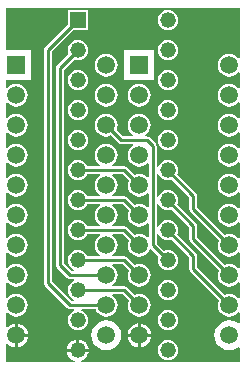
<source format=gbl>
G04*
G04 #@! TF.GenerationSoftware,Altium Limited,Altium Designer,20.2.6 (244)*
G04*
G04 Layer_Physical_Order=2*
G04 Layer_Color=16711680*
%FSAX24Y24*%
%MOIN*%
G70*
G04*
G04 #@! TF.SameCoordinates,57D1006C-5FB8-4E46-A0DD-9EF21319E2AC*
G04*
G04*
G04 #@! TF.FilePolarity,Positive*
G04*
G01*
G75*
%ADD21C,0.0100*%
%ADD23C,0.0520*%
%ADD24C,0.0591*%
%ADD25R,0.0591X0.0591*%
%ADD26R,0.0520X0.0520*%
%ADD27C,0.0300*%
G36*
X231087Y136110D02*
X231037Y136093D01*
X231007Y136133D01*
X230928Y136193D01*
X230837Y136231D01*
X230739Y136243D01*
X230641Y136231D01*
X230550Y136193D01*
X230471Y136133D01*
X230411Y136054D01*
X230373Y135963D01*
X230361Y135865D01*
X230373Y135767D01*
X230411Y135676D01*
X230471Y135597D01*
X230550Y135537D01*
X230641Y135499D01*
X230739Y135486D01*
X230837Y135499D01*
X230928Y135537D01*
X231007Y135597D01*
X231037Y135637D01*
X231087Y135620D01*
Y135110D01*
X231037Y135093D01*
X231007Y135133D01*
X230928Y135193D01*
X230837Y135231D01*
X230739Y135243D01*
X230641Y135231D01*
X230550Y135193D01*
X230471Y135133D01*
X230411Y135054D01*
X230373Y134963D01*
X230361Y134865D01*
X230373Y134767D01*
X230411Y134676D01*
X230471Y134597D01*
X230550Y134537D01*
X230641Y134499D01*
X230739Y134486D01*
X230837Y134499D01*
X230928Y134537D01*
X231007Y134597D01*
X231037Y134637D01*
X231087Y134620D01*
Y134110D01*
X231037Y134093D01*
X231007Y134133D01*
X230928Y134193D01*
X230837Y134231D01*
X230739Y134243D01*
X230641Y134231D01*
X230550Y134193D01*
X230471Y134133D01*
X230411Y134054D01*
X230373Y133963D01*
X230361Y133865D01*
X230373Y133767D01*
X230411Y133676D01*
X230471Y133597D01*
X230550Y133537D01*
X230641Y133499D01*
X230739Y133486D01*
X230837Y133499D01*
X230928Y133537D01*
X231007Y133597D01*
X231037Y133637D01*
X231087Y133620D01*
Y133110D01*
X231037Y133093D01*
X231007Y133133D01*
X230928Y133193D01*
X230837Y133231D01*
X230739Y133243D01*
X230641Y133231D01*
X230550Y133193D01*
X230471Y133133D01*
X230411Y133054D01*
X230373Y132963D01*
X230361Y132865D01*
X230373Y132767D01*
X230411Y132676D01*
X230471Y132597D01*
X230550Y132537D01*
X230641Y132499D01*
X230739Y132486D01*
X230837Y132499D01*
X230928Y132537D01*
X231007Y132597D01*
X231037Y132637D01*
X231087Y132620D01*
Y132110D01*
X231037Y132093D01*
X231007Y132133D01*
X230928Y132193D01*
X230837Y132231D01*
X230739Y132243D01*
X230641Y132231D01*
X230550Y132193D01*
X230471Y132133D01*
X230411Y132054D01*
X230373Y131963D01*
X230361Y131865D01*
X230373Y131767D01*
X230411Y131676D01*
X230471Y131597D01*
X230550Y131537D01*
X230641Y131499D01*
X230739Y131486D01*
X230837Y131499D01*
X230928Y131537D01*
X231007Y131597D01*
X231037Y131637D01*
X231087Y131620D01*
Y131110D01*
X231037Y131093D01*
X231007Y131133D01*
X230928Y131193D01*
X230837Y131231D01*
X230739Y131243D01*
X230641Y131231D01*
X230550Y131193D01*
X230471Y131133D01*
X230411Y131054D01*
X230373Y130963D01*
X230361Y130865D01*
X230373Y130767D01*
X230411Y130676D01*
X230471Y130597D01*
X230550Y130537D01*
X230641Y130499D01*
X230739Y130486D01*
X230837Y130499D01*
X230928Y130537D01*
X231007Y130597D01*
X231037Y130637D01*
X231087Y130620D01*
Y130110D01*
X231037Y130093D01*
X231007Y130133D01*
X230928Y130193D01*
X230837Y130231D01*
X230739Y130243D01*
X230641Y130231D01*
X230584Y130207D01*
X229676Y131115D01*
Y131510D01*
X229676Y131510D01*
X229666Y131561D01*
X229638Y131604D01*
X229004Y132237D01*
X229020Y132276D01*
X229032Y132365D01*
X229020Y132454D01*
X228986Y132536D01*
X228932Y132607D01*
X228861Y132662D01*
X228778Y132696D01*
X228689Y132708D01*
X228600Y132696D01*
X228518Y132662D01*
X228447Y132607D01*
X228392Y132536D01*
X228372Y132487D01*
X228322Y132497D01*
Y133165D01*
X228312Y133216D01*
X228283Y133259D01*
X228083Y133459D01*
X228040Y133487D01*
X227989Y133498D01*
X227959D01*
X227942Y133548D01*
X228007Y133597D01*
X228067Y133676D01*
X228105Y133767D01*
X228118Y133865D01*
X228105Y133963D01*
X228067Y134054D01*
X228007Y134133D01*
X227928Y134193D01*
X227837Y134231D01*
X227739Y134243D01*
X227641Y134231D01*
X227550Y134193D01*
X227471Y134133D01*
X227411Y134054D01*
X227373Y133963D01*
X227361Y133865D01*
X227373Y133767D01*
X227411Y133676D01*
X227471Y133597D01*
X227536Y133548D01*
X227519Y133498D01*
X227194D01*
X226981Y133710D01*
X227005Y133767D01*
X227018Y133865D01*
X227005Y133963D01*
X226967Y134054D01*
X226907Y134133D01*
X226828Y134193D01*
X226737Y134231D01*
X226639Y134243D01*
X226541Y134231D01*
X226450Y134193D01*
X226371Y134133D01*
X226311Y134054D01*
X226273Y133963D01*
X226261Y133865D01*
X226273Y133767D01*
X226311Y133676D01*
X226371Y133597D01*
X226450Y133537D01*
X226541Y133499D01*
X226639Y133486D01*
X226737Y133499D01*
X226794Y133523D01*
X227045Y133271D01*
X227088Y133243D01*
X227139Y133232D01*
X227519D01*
X227536Y133182D01*
X227471Y133133D01*
X227411Y133054D01*
X227373Y132963D01*
X227361Y132865D01*
X227373Y132767D01*
X227411Y132676D01*
X227471Y132597D01*
X227550Y132537D01*
X227641Y132499D01*
X227739Y132486D01*
X227837Y132499D01*
X227928Y132537D01*
X228007Y132597D01*
X228009Y132601D01*
X228057Y132584D01*
Y132145D01*
X228009Y132129D01*
X228007Y132133D01*
X227928Y132193D01*
X227837Y132231D01*
X227739Y132243D01*
X227641Y132231D01*
X227584Y132207D01*
X227333Y132459D01*
X227290Y132487D01*
X227239Y132498D01*
X226859D01*
X226842Y132548D01*
X226907Y132597D01*
X226967Y132676D01*
X227005Y132767D01*
X227018Y132865D01*
X227005Y132963D01*
X226967Y133054D01*
X226907Y133133D01*
X226828Y133193D01*
X226737Y133231D01*
X226639Y133243D01*
X226541Y133231D01*
X226450Y133193D01*
X226371Y133133D01*
X226311Y133054D01*
X226273Y132963D01*
X226261Y132865D01*
X226273Y132767D01*
X226311Y132676D01*
X226371Y132597D01*
X226436Y132548D01*
X226419Y132498D01*
X226002D01*
X225986Y132536D01*
X225932Y132607D01*
X225861Y132662D01*
X225778Y132696D01*
X225689Y132708D01*
X225600Y132696D01*
X225518Y132662D01*
X225447Y132607D01*
X225392Y132536D01*
X225358Y132454D01*
X225346Y132365D01*
X225358Y132276D01*
X225392Y132193D01*
X225447Y132122D01*
X225518Y132068D01*
X225600Y132034D01*
X225689Y132022D01*
X225778Y132034D01*
X225861Y132068D01*
X225932Y132122D01*
X225986Y132193D01*
X226002Y132232D01*
X226419D01*
X226436Y132182D01*
X226371Y132133D01*
X226311Y132054D01*
X226273Y131963D01*
X226261Y131865D01*
X226273Y131767D01*
X226311Y131676D01*
X226371Y131597D01*
X226436Y131548D01*
X226419Y131498D01*
X226002D01*
X225986Y131536D01*
X225932Y131607D01*
X225861Y131662D01*
X225778Y131696D01*
X225689Y131708D01*
X225600Y131696D01*
X225518Y131662D01*
X225447Y131607D01*
X225392Y131536D01*
X225358Y131454D01*
X225346Y131365D01*
X225358Y131276D01*
X225392Y131194D01*
X225447Y131122D01*
X225518Y131068D01*
X225600Y131034D01*
X225689Y131022D01*
X225778Y131034D01*
X225861Y131068D01*
X225932Y131122D01*
X225986Y131194D01*
X226002Y131232D01*
X226419D01*
X226436Y131182D01*
X226371Y131133D01*
X226311Y131054D01*
X226273Y130963D01*
X226261Y130865D01*
X226273Y130767D01*
X226311Y130676D01*
X226371Y130597D01*
X226436Y130548D01*
X226419Y130498D01*
X226002D01*
X225986Y130536D01*
X225932Y130607D01*
X225861Y130662D01*
X225778Y130696D01*
X225689Y130708D01*
X225600Y130696D01*
X225518Y130662D01*
X225447Y130607D01*
X225392Y130536D01*
X225358Y130454D01*
X225346Y130365D01*
X225358Y130276D01*
X225392Y130194D01*
X225447Y130122D01*
X225518Y130068D01*
X225600Y130034D01*
X225689Y130022D01*
X225778Y130034D01*
X225861Y130068D01*
X225932Y130122D01*
X225986Y130194D01*
X226002Y130232D01*
X226419D01*
X226436Y130182D01*
X226371Y130133D01*
X226311Y130054D01*
X226273Y129963D01*
X226261Y129865D01*
X226273Y129767D01*
X226311Y129676D01*
X226371Y129597D01*
X226436Y129548D01*
X226419Y129498D01*
X226002D01*
X225986Y129536D01*
X225932Y129607D01*
X225861Y129662D01*
X225778Y129696D01*
X225689Y129708D01*
X225600Y129696D01*
X225518Y129662D01*
X225447Y129607D01*
X225392Y129536D01*
X225358Y129454D01*
X225346Y129365D01*
X225358Y129276D01*
X225392Y129193D01*
X225447Y129122D01*
X225518Y129068D01*
X225567Y129048D01*
X225557Y128998D01*
X225494D01*
X225222Y129270D01*
Y135710D01*
X225561Y136050D01*
X225600Y136034D01*
X225689Y136022D01*
X225778Y136034D01*
X225861Y136068D01*
X225932Y136122D01*
X225986Y136194D01*
X226020Y136276D01*
X226032Y136365D01*
X226020Y136454D01*
X225986Y136536D01*
X225932Y136607D01*
X225861Y136662D01*
X225778Y136696D01*
X225689Y136708D01*
X225600Y136696D01*
X225518Y136662D01*
X225447Y136607D01*
X225392Y136536D01*
X225358Y136454D01*
X225346Y136365D01*
X225358Y136276D01*
X225374Y136237D01*
X224995Y135859D01*
X224967Y135816D01*
X224957Y135765D01*
Y129215D01*
X224967Y129164D01*
X224995Y129121D01*
X225345Y128771D01*
X225388Y128743D01*
X225439Y128732D01*
X225557D01*
X225567Y128682D01*
X225518Y128662D01*
X225447Y128607D01*
X225392Y128536D01*
X225358Y128454D01*
X225346Y128365D01*
X225358Y128276D01*
X225392Y128194D01*
X225447Y128122D01*
X225518Y128068D01*
X225567Y128048D01*
X225557Y127998D01*
X225494D01*
X224822Y128670D01*
Y136310D01*
X225536Y137025D01*
X226029D01*
Y137705D01*
X225349D01*
Y137212D01*
X224595Y136459D01*
X224567Y136416D01*
X224557Y136365D01*
Y128615D01*
X224567Y128564D01*
X224595Y128521D01*
X225345Y127771D01*
X225388Y127743D01*
X225439Y127732D01*
X225557D01*
X225567Y127682D01*
X225518Y127662D01*
X225447Y127607D01*
X225392Y127536D01*
X225358Y127454D01*
X225346Y127365D01*
X225358Y127276D01*
X225392Y127193D01*
X225447Y127122D01*
X225518Y127068D01*
X225600Y127034D01*
X225689Y127022D01*
X225778Y127034D01*
X225861Y127068D01*
X225932Y127122D01*
X225986Y127193D01*
X226020Y127276D01*
X226032Y127365D01*
X226020Y127454D01*
X225986Y127536D01*
X225932Y127607D01*
X225861Y127662D01*
X225811Y127682D01*
X225821Y127732D01*
X226288D01*
X226311Y127676D01*
X226371Y127597D01*
X226450Y127537D01*
X226541Y127499D01*
X226639Y127486D01*
X226737Y127499D01*
X226828Y127537D01*
X226907Y127597D01*
X226967Y127676D01*
X227005Y127767D01*
X227018Y127865D01*
X227005Y127963D01*
X226967Y128054D01*
X226907Y128133D01*
X226842Y128182D01*
X226859Y128232D01*
X227184D01*
X227397Y128020D01*
X227373Y127963D01*
X227361Y127865D01*
X227373Y127767D01*
X227411Y127676D01*
X227471Y127597D01*
X227550Y127537D01*
X227641Y127499D01*
X227739Y127486D01*
X227837Y127499D01*
X227928Y127537D01*
X228007Y127597D01*
X228067Y127676D01*
X228105Y127767D01*
X228118Y127865D01*
X228105Y127963D01*
X228067Y128054D01*
X228007Y128133D01*
X227928Y128193D01*
X227837Y128231D01*
X227739Y128243D01*
X227641Y128231D01*
X227584Y128207D01*
X227333Y128459D01*
X227290Y128487D01*
X227239Y128498D01*
X226859D01*
X226842Y128548D01*
X226907Y128597D01*
X226967Y128676D01*
X227005Y128767D01*
X227018Y128865D01*
X227005Y128963D01*
X226967Y129054D01*
X226907Y129133D01*
X226842Y129182D01*
X226859Y129232D01*
X227184D01*
X227397Y129020D01*
X227373Y128963D01*
X227361Y128865D01*
X227373Y128767D01*
X227411Y128676D01*
X227471Y128597D01*
X227550Y128537D01*
X227641Y128499D01*
X227739Y128486D01*
X227837Y128499D01*
X227928Y128537D01*
X228007Y128597D01*
X228067Y128676D01*
X228105Y128767D01*
X228118Y128865D01*
X228105Y128963D01*
X228067Y129054D01*
X228007Y129133D01*
X227928Y129193D01*
X227837Y129231D01*
X227739Y129243D01*
X227641Y129231D01*
X227584Y129207D01*
X227333Y129459D01*
X227290Y129487D01*
X227239Y129498D01*
X226859D01*
X226842Y129548D01*
X226907Y129597D01*
X226967Y129676D01*
X227005Y129767D01*
X227018Y129865D01*
X227005Y129963D01*
X226967Y130054D01*
X226907Y130133D01*
X226842Y130182D01*
X226859Y130232D01*
X227184D01*
X227397Y130020D01*
X227373Y129963D01*
X227361Y129865D01*
X227373Y129767D01*
X227411Y129676D01*
X227471Y129597D01*
X227550Y129537D01*
X227641Y129499D01*
X227739Y129486D01*
X227837Y129499D01*
X227928Y129537D01*
X228007Y129597D01*
X228067Y129676D01*
X228086Y129722D01*
X228135Y129732D01*
X228374Y129493D01*
X228358Y129454D01*
X228346Y129365D01*
X228358Y129276D01*
X228392Y129193D01*
X228447Y129122D01*
X228518Y129068D01*
X228600Y129034D01*
X228689Y129022D01*
X228778Y129034D01*
X228861Y129068D01*
X228932Y129122D01*
X228986Y129193D01*
X229020Y129276D01*
X229032Y129365D01*
X229020Y129454D01*
X228986Y129536D01*
X228932Y129607D01*
X228861Y129662D01*
X228778Y129696D01*
X228689Y129708D01*
X228600Y129696D01*
X228561Y129680D01*
X228322Y129920D01*
Y130233D01*
X228372Y130243D01*
X228392Y130194D01*
X228447Y130122D01*
X228518Y130068D01*
X228600Y130034D01*
X228689Y130022D01*
X228778Y130034D01*
X228817Y130050D01*
X229411Y129455D01*
Y129060D01*
X229421Y129010D01*
X229450Y128967D01*
X230397Y128020D01*
X230373Y127963D01*
X230361Y127865D01*
X230373Y127767D01*
X230411Y127676D01*
X230471Y127597D01*
X230550Y127537D01*
X230641Y127499D01*
X230739Y127486D01*
X230837Y127499D01*
X230928Y127537D01*
X231007Y127597D01*
X231037Y127637D01*
X231087Y127620D01*
Y127279D01*
X231042Y127257D01*
X230989Y127298D01*
X230868Y127347D01*
X230739Y127365D01*
X230610Y127347D01*
X230489Y127298D01*
X230386Y127218D01*
X230306Y127115D01*
X230257Y126994D01*
X230240Y126865D01*
X230257Y126736D01*
X230306Y126615D01*
X230386Y126512D01*
X230489Y126432D01*
X230610Y126382D01*
X230739Y126365D01*
X230868Y126382D01*
X230989Y126432D01*
X231042Y126473D01*
X231087Y126451D01*
Y125967D01*
X225793Y125967D01*
X225783Y126014D01*
X225871Y126051D01*
X225946Y126108D01*
X226004Y126183D01*
X226040Y126271D01*
X226046Y126315D01*
X225333D01*
X225338Y126271D01*
X225375Y126183D01*
X225432Y126108D01*
X225508Y126051D01*
X225595Y126014D01*
X225585Y125967D01*
X223291Y125967D01*
Y126587D01*
X223341Y126604D01*
X223357Y126583D01*
X223440Y126520D01*
X223536Y126480D01*
X223589Y126473D01*
Y126865D01*
Y127257D01*
X223536Y127250D01*
X223440Y127210D01*
X223357Y127147D01*
X223341Y127126D01*
X223291Y127143D01*
Y127620D01*
X223341Y127637D01*
X223371Y127597D01*
X223450Y127537D01*
X223541Y127499D01*
X223639Y127486D01*
X223737Y127499D01*
X223828Y127537D01*
X223907Y127597D01*
X223967Y127676D01*
X224005Y127767D01*
X224018Y127865D01*
X224005Y127963D01*
X223967Y128054D01*
X223907Y128133D01*
X223828Y128193D01*
X223737Y128231D01*
X223639Y128243D01*
X223541Y128231D01*
X223450Y128193D01*
X223371Y128133D01*
X223341Y128093D01*
X223291Y128110D01*
X223291Y128620D01*
X223341Y128637D01*
X223371Y128597D01*
X223450Y128537D01*
X223541Y128499D01*
X223639Y128486D01*
X223737Y128499D01*
X223828Y128537D01*
X223907Y128597D01*
X223967Y128676D01*
X224005Y128767D01*
X224018Y128865D01*
X224005Y128963D01*
X223967Y129054D01*
X223907Y129133D01*
X223828Y129193D01*
X223737Y129231D01*
X223639Y129243D01*
X223541Y129231D01*
X223450Y129193D01*
X223371Y129133D01*
X223341Y129093D01*
X223291Y129110D01*
X223291Y129620D01*
X223341Y129637D01*
X223371Y129597D01*
X223450Y129537D01*
X223541Y129499D01*
X223639Y129486D01*
X223737Y129499D01*
X223828Y129537D01*
X223907Y129597D01*
X223967Y129676D01*
X224005Y129767D01*
X224018Y129865D01*
X224005Y129963D01*
X223967Y130054D01*
X223907Y130133D01*
X223828Y130193D01*
X223737Y130231D01*
X223639Y130243D01*
X223541Y130231D01*
X223450Y130193D01*
X223371Y130133D01*
X223341Y130093D01*
X223291Y130110D01*
Y130620D01*
X223341Y130637D01*
X223371Y130597D01*
X223450Y130537D01*
X223541Y130499D01*
X223639Y130486D01*
X223737Y130499D01*
X223828Y130537D01*
X223907Y130597D01*
X223967Y130676D01*
X224005Y130767D01*
X224018Y130865D01*
X224005Y130963D01*
X223967Y131054D01*
X223907Y131133D01*
X223828Y131193D01*
X223737Y131231D01*
X223639Y131243D01*
X223541Y131231D01*
X223450Y131193D01*
X223371Y131133D01*
X223341Y131093D01*
X223291Y131110D01*
X223291Y131620D01*
X223341Y131637D01*
X223371Y131597D01*
X223450Y131537D01*
X223541Y131499D01*
X223639Y131486D01*
X223737Y131499D01*
X223828Y131537D01*
X223907Y131597D01*
X223967Y131676D01*
X224005Y131767D01*
X224018Y131865D01*
X224005Y131963D01*
X223967Y132054D01*
X223907Y132133D01*
X223828Y132193D01*
X223737Y132231D01*
X223639Y132243D01*
X223541Y132231D01*
X223450Y132193D01*
X223371Y132133D01*
X223341Y132093D01*
X223291Y132110D01*
X223291Y132620D01*
X223341Y132637D01*
X223371Y132597D01*
X223450Y132537D01*
X223541Y132499D01*
X223639Y132486D01*
X223737Y132499D01*
X223828Y132537D01*
X223907Y132597D01*
X223967Y132676D01*
X224005Y132767D01*
X224018Y132865D01*
X224005Y132963D01*
X223967Y133054D01*
X223907Y133133D01*
X223828Y133193D01*
X223737Y133231D01*
X223639Y133243D01*
X223541Y133231D01*
X223450Y133193D01*
X223371Y133133D01*
X223341Y133093D01*
X223291Y133110D01*
Y133620D01*
X223341Y133637D01*
X223371Y133597D01*
X223450Y133537D01*
X223541Y133499D01*
X223639Y133486D01*
X223737Y133499D01*
X223828Y133537D01*
X223907Y133597D01*
X223967Y133676D01*
X224005Y133767D01*
X224018Y133865D01*
X224005Y133963D01*
X223967Y134054D01*
X223907Y134133D01*
X223828Y134193D01*
X223737Y134231D01*
X223639Y134243D01*
X223541Y134231D01*
X223450Y134193D01*
X223371Y134133D01*
X223341Y134093D01*
X223291Y134110D01*
X223291Y134620D01*
X223341Y134637D01*
X223371Y134597D01*
X223450Y134537D01*
X223541Y134499D01*
X223639Y134486D01*
X223737Y134499D01*
X223828Y134537D01*
X223907Y134597D01*
X223967Y134676D01*
X224005Y134767D01*
X224018Y134865D01*
X224005Y134963D01*
X223967Y135054D01*
X223907Y135133D01*
X223828Y135193D01*
X223737Y135231D01*
X223639Y135243D01*
X223541Y135231D01*
X223450Y135193D01*
X223371Y135133D01*
X223341Y135093D01*
X223291Y135110D01*
Y135370D01*
X224134D01*
Y136360D01*
X223291D01*
X223291Y137763D01*
X231087Y137763D01*
Y136110D01*
D02*
G37*
G36*
X227397Y132020D02*
X227373Y131963D01*
X227361Y131865D01*
X227373Y131767D01*
X227411Y131676D01*
X227471Y131597D01*
X227550Y131537D01*
X227641Y131499D01*
X227739Y131486D01*
X227837Y131499D01*
X227928Y131537D01*
X228007Y131597D01*
X228009Y131601D01*
X228057Y131584D01*
Y131145D01*
X228009Y131129D01*
X228007Y131133D01*
X227928Y131193D01*
X227837Y131231D01*
X227739Y131243D01*
X227641Y131231D01*
X227584Y131207D01*
X227333Y131459D01*
X227290Y131487D01*
X227239Y131498D01*
X226859D01*
X226842Y131548D01*
X226907Y131597D01*
X226967Y131676D01*
X227005Y131767D01*
X227018Y131865D01*
X227005Y131963D01*
X226967Y132054D01*
X226907Y132133D01*
X226842Y132182D01*
X226859Y132232D01*
X227184D01*
X227397Y132020D01*
D02*
G37*
G36*
Y131020D02*
X227373Y130963D01*
X227361Y130865D01*
X227373Y130767D01*
X227411Y130676D01*
X227471Y130597D01*
X227550Y130537D01*
X227641Y130499D01*
X227739Y130486D01*
X227837Y130499D01*
X227928Y130537D01*
X228007Y130597D01*
X228009Y130601D01*
X228057Y130584D01*
Y130145D01*
X228009Y130129D01*
X228007Y130133D01*
X227928Y130193D01*
X227837Y130231D01*
X227739Y130243D01*
X227641Y130231D01*
X227584Y130207D01*
X227333Y130459D01*
X227290Y130487D01*
X227239Y130498D01*
X226859D01*
X226842Y130548D01*
X226907Y130597D01*
X226967Y130676D01*
X227005Y130767D01*
X227018Y130865D01*
X227005Y130963D01*
X226967Y131054D01*
X226907Y131133D01*
X226842Y131182D01*
X226859Y131232D01*
X227184D01*
X227397Y131020D01*
D02*
G37*
G36*
X228392Y132193D02*
X228447Y132122D01*
X228518Y132068D01*
X228600Y132034D01*
X228689Y132022D01*
X228778Y132034D01*
X228817Y132050D01*
X229411Y131455D01*
Y131060D01*
X229421Y131010D01*
X229450Y130967D01*
X230397Y130020D01*
X230373Y129963D01*
X230361Y129865D01*
X230373Y129767D01*
X230411Y129676D01*
X230471Y129597D01*
X230550Y129537D01*
X230641Y129499D01*
X230739Y129486D01*
X230837Y129499D01*
X230928Y129537D01*
X231007Y129597D01*
X231037Y129637D01*
X231087Y129620D01*
Y129110D01*
X231037Y129093D01*
X231007Y129133D01*
X230928Y129193D01*
X230837Y129231D01*
X230739Y129243D01*
X230641Y129231D01*
X230584Y129207D01*
X229676Y130115D01*
Y130510D01*
X229676Y130510D01*
X229666Y130561D01*
X229638Y130604D01*
X229004Y131237D01*
X229020Y131276D01*
X229032Y131365D01*
X229020Y131454D01*
X228986Y131536D01*
X228932Y131607D01*
X228861Y131662D01*
X228778Y131696D01*
X228689Y131708D01*
X228600Y131696D01*
X228518Y131662D01*
X228447Y131607D01*
X228392Y131536D01*
X228372Y131487D01*
X228322Y131497D01*
Y132233D01*
X228372Y132243D01*
X228392Y132193D01*
D02*
G37*
G36*
Y131194D02*
X228447Y131122D01*
X228518Y131068D01*
X228600Y131034D01*
X228689Y131022D01*
X228778Y131034D01*
X228817Y131050D01*
X229411Y130455D01*
Y130060D01*
X229421Y130010D01*
X229450Y129967D01*
X230397Y129020D01*
X230373Y128963D01*
X230361Y128865D01*
X230373Y128767D01*
X230411Y128676D01*
X230471Y128597D01*
X230550Y128537D01*
X230641Y128499D01*
X230739Y128486D01*
X230837Y128499D01*
X230928Y128537D01*
X231007Y128597D01*
X231037Y128637D01*
X231087Y128620D01*
Y128110D01*
X231037Y128093D01*
X231007Y128133D01*
X230928Y128193D01*
X230837Y128231D01*
X230739Y128243D01*
X230641Y128231D01*
X230584Y128207D01*
X229676Y129115D01*
Y129510D01*
X229676Y129510D01*
X229666Y129561D01*
X229638Y129604D01*
X229004Y130237D01*
X229020Y130276D01*
X229032Y130365D01*
X229020Y130454D01*
X228986Y130536D01*
X228932Y130607D01*
X228861Y130662D01*
X228778Y130696D01*
X228689Y130708D01*
X228600Y130696D01*
X228518Y130662D01*
X228447Y130607D01*
X228392Y130536D01*
X228372Y130487D01*
X228322Y130497D01*
Y131233D01*
X228372Y131243D01*
X228392Y131194D01*
D02*
G37*
%LPC*%
G36*
X228689Y137708D02*
X228600Y137696D01*
X228518Y137662D01*
X228447Y137607D01*
X228392Y137536D01*
X228358Y137454D01*
X228346Y137365D01*
X228358Y137276D01*
X228392Y137193D01*
X228447Y137122D01*
X228518Y137068D01*
X228600Y137034D01*
X228689Y137022D01*
X228778Y137034D01*
X228861Y137068D01*
X228932Y137122D01*
X228986Y137193D01*
X229020Y137276D01*
X229032Y137365D01*
X229020Y137454D01*
X228986Y137536D01*
X228932Y137607D01*
X228861Y137662D01*
X228778Y137696D01*
X228689Y137708D01*
D02*
G37*
G36*
Y136708D02*
X228600Y136696D01*
X228518Y136662D01*
X228447Y136607D01*
X228392Y136536D01*
X228358Y136454D01*
X228346Y136365D01*
X228358Y136276D01*
X228392Y136194D01*
X228447Y136122D01*
X228518Y136068D01*
X228600Y136034D01*
X228689Y136022D01*
X228778Y136034D01*
X228861Y136068D01*
X228932Y136122D01*
X228986Y136194D01*
X229020Y136276D01*
X229032Y136365D01*
X229020Y136454D01*
X228986Y136536D01*
X228932Y136607D01*
X228861Y136662D01*
X228778Y136696D01*
X228689Y136708D01*
D02*
G37*
G36*
X226639Y136243D02*
X226541Y136231D01*
X226450Y136193D01*
X226371Y136133D01*
X226311Y136054D01*
X226273Y135963D01*
X226261Y135865D01*
X226273Y135767D01*
X226311Y135676D01*
X226371Y135597D01*
X226450Y135537D01*
X226541Y135499D01*
X226639Y135486D01*
X226737Y135499D01*
X226828Y135537D01*
X226907Y135597D01*
X226967Y135676D01*
X227005Y135767D01*
X227018Y135865D01*
X227005Y135963D01*
X226967Y136054D01*
X226907Y136133D01*
X226828Y136193D01*
X226737Y136231D01*
X226639Y136243D01*
D02*
G37*
G36*
X228234Y136360D02*
X227244D01*
Y135370D01*
X228234D01*
Y136360D01*
D02*
G37*
G36*
X228689Y135708D02*
X228600Y135696D01*
X228518Y135662D01*
X228447Y135607D01*
X228392Y135536D01*
X228358Y135454D01*
X228346Y135365D01*
X228358Y135276D01*
X228392Y135194D01*
X228447Y135122D01*
X228518Y135068D01*
X228600Y135034D01*
X228689Y135022D01*
X228778Y135034D01*
X228861Y135068D01*
X228932Y135122D01*
X228986Y135194D01*
X229020Y135276D01*
X229032Y135365D01*
X229020Y135454D01*
X228986Y135536D01*
X228932Y135607D01*
X228861Y135662D01*
X228778Y135696D01*
X228689Y135708D01*
D02*
G37*
G36*
X225689Y135708D02*
X225600Y135696D01*
X225518Y135662D01*
X225447Y135607D01*
X225392Y135536D01*
X225358Y135454D01*
X225346Y135365D01*
X225358Y135276D01*
X225392Y135194D01*
X225447Y135122D01*
X225518Y135068D01*
X225600Y135034D01*
X225689Y135022D01*
X225778Y135034D01*
X225861Y135068D01*
X225932Y135122D01*
X225986Y135194D01*
X226020Y135276D01*
X226032Y135365D01*
X226020Y135454D01*
X225986Y135536D01*
X225932Y135607D01*
X225861Y135662D01*
X225778Y135696D01*
X225689Y135708D01*
D02*
G37*
G36*
X227739Y135243D02*
X227641Y135231D01*
X227550Y135193D01*
X227471Y135133D01*
X227411Y135054D01*
X227373Y134963D01*
X227361Y134865D01*
X227373Y134767D01*
X227411Y134676D01*
X227471Y134597D01*
X227550Y134537D01*
X227641Y134499D01*
X227739Y134486D01*
X227837Y134499D01*
X227928Y134537D01*
X228007Y134597D01*
X228067Y134676D01*
X228105Y134767D01*
X228118Y134865D01*
X228105Y134963D01*
X228067Y135054D01*
X228007Y135133D01*
X227928Y135193D01*
X227837Y135231D01*
X227739Y135243D01*
D02*
G37*
G36*
X226639D02*
X226541Y135231D01*
X226450Y135193D01*
X226371Y135133D01*
X226311Y135054D01*
X226273Y134963D01*
X226261Y134865D01*
X226273Y134767D01*
X226311Y134676D01*
X226371Y134597D01*
X226450Y134537D01*
X226541Y134499D01*
X226639Y134486D01*
X226737Y134499D01*
X226828Y134537D01*
X226907Y134597D01*
X226967Y134676D01*
X227005Y134767D01*
X227018Y134865D01*
X227005Y134963D01*
X226967Y135054D01*
X226907Y135133D01*
X226828Y135193D01*
X226737Y135231D01*
X226639Y135243D01*
D02*
G37*
G36*
X228689Y134708D02*
X228600Y134696D01*
X228518Y134662D01*
X228447Y134607D01*
X228392Y134536D01*
X228358Y134454D01*
X228346Y134365D01*
X228358Y134276D01*
X228392Y134193D01*
X228447Y134122D01*
X228518Y134068D01*
X228600Y134034D01*
X228689Y134022D01*
X228778Y134034D01*
X228861Y134068D01*
X228932Y134122D01*
X228986Y134193D01*
X229020Y134276D01*
X229032Y134365D01*
X229020Y134454D01*
X228986Y134536D01*
X228932Y134607D01*
X228861Y134662D01*
X228778Y134696D01*
X228689Y134708D01*
D02*
G37*
G36*
X225689D02*
X225600Y134696D01*
X225518Y134662D01*
X225447Y134607D01*
X225392Y134536D01*
X225358Y134454D01*
X225346Y134365D01*
X225358Y134276D01*
X225392Y134193D01*
X225447Y134122D01*
X225518Y134068D01*
X225600Y134034D01*
X225689Y134022D01*
X225778Y134034D01*
X225861Y134068D01*
X225932Y134122D01*
X225986Y134193D01*
X226020Y134276D01*
X226032Y134365D01*
X226020Y134454D01*
X225986Y134536D01*
X225932Y134607D01*
X225861Y134662D01*
X225778Y134696D01*
X225689Y134708D01*
D02*
G37*
G36*
X228689Y133708D02*
X228600Y133696D01*
X228518Y133662D01*
X228447Y133607D01*
X228392Y133536D01*
X228358Y133454D01*
X228346Y133365D01*
X228358Y133276D01*
X228392Y133194D01*
X228447Y133122D01*
X228518Y133068D01*
X228600Y133034D01*
X228689Y133022D01*
X228778Y133034D01*
X228861Y133068D01*
X228932Y133122D01*
X228986Y133194D01*
X229020Y133276D01*
X229032Y133365D01*
X229020Y133454D01*
X228986Y133536D01*
X228932Y133607D01*
X228861Y133662D01*
X228778Y133696D01*
X228689Y133708D01*
D02*
G37*
G36*
X225689D02*
X225600Y133696D01*
X225518Y133662D01*
X225447Y133607D01*
X225392Y133536D01*
X225358Y133454D01*
X225346Y133365D01*
X225358Y133276D01*
X225392Y133194D01*
X225447Y133122D01*
X225518Y133068D01*
X225600Y133034D01*
X225689Y133022D01*
X225778Y133034D01*
X225861Y133068D01*
X225932Y133122D01*
X225986Y133194D01*
X226020Y133276D01*
X226032Y133365D01*
X226020Y133454D01*
X225986Y133536D01*
X225932Y133607D01*
X225861Y133662D01*
X225778Y133696D01*
X225689Y133708D01*
D02*
G37*
G36*
X228689Y128708D02*
X228600Y128696D01*
X228518Y128662D01*
X228447Y128607D01*
X228392Y128536D01*
X228358Y128454D01*
X228346Y128365D01*
X228358Y128276D01*
X228392Y128194D01*
X228447Y128122D01*
X228518Y128068D01*
X228600Y128034D01*
X228689Y128022D01*
X228778Y128034D01*
X228861Y128068D01*
X228932Y128122D01*
X228986Y128194D01*
X229020Y128276D01*
X229032Y128365D01*
X229020Y128454D01*
X228986Y128536D01*
X228932Y128607D01*
X228861Y128662D01*
X228778Y128696D01*
X228689Y128708D01*
D02*
G37*
G36*
Y127708D02*
X228600Y127696D01*
X228518Y127662D01*
X228447Y127607D01*
X228392Y127536D01*
X228358Y127454D01*
X228346Y127365D01*
X228358Y127276D01*
X228392Y127193D01*
X228447Y127122D01*
X228518Y127068D01*
X228600Y127034D01*
X228689Y127022D01*
X228778Y127034D01*
X228861Y127068D01*
X228932Y127122D01*
X228986Y127193D01*
X229020Y127276D01*
X229032Y127365D01*
X229020Y127454D01*
X228986Y127536D01*
X228932Y127607D01*
X228861Y127662D01*
X228778Y127696D01*
X228689Y127708D01*
D02*
G37*
G36*
X227789Y127257D02*
Y126915D01*
X228131D01*
X228124Y126968D01*
X228084Y127064D01*
X228021Y127147D01*
X227938Y127210D01*
X227842Y127250D01*
X227789Y127257D01*
D02*
G37*
G36*
X227689D02*
X227636Y127250D01*
X227540Y127210D01*
X227457Y127147D01*
X227394Y127064D01*
X227354Y126968D01*
X227347Y126915D01*
X227689D01*
Y127257D01*
D02*
G37*
G36*
X223689D02*
Y126915D01*
X224031D01*
X224024Y126968D01*
X223984Y127064D01*
X223921Y127147D01*
X223838Y127210D01*
X223742Y127250D01*
X223689Y127257D01*
D02*
G37*
G36*
X228131Y126815D02*
X227789D01*
Y126473D01*
X227842Y126480D01*
X227938Y126520D01*
X228021Y126583D01*
X228084Y126666D01*
X228124Y126762D01*
X228131Y126815D01*
D02*
G37*
G36*
X227689D02*
X227347D01*
X227354Y126762D01*
X227394Y126666D01*
X227457Y126583D01*
X227540Y126520D01*
X227636Y126480D01*
X227689Y126473D01*
Y126815D01*
D02*
G37*
G36*
X224031D02*
X223689D01*
Y126473D01*
X223742Y126480D01*
X223838Y126520D01*
X223921Y126583D01*
X223984Y126666D01*
X224024Y126762D01*
X224031Y126815D01*
D02*
G37*
G36*
X225739Y126721D02*
Y126415D01*
X226046D01*
X226040Y126459D01*
X226004Y126547D01*
X225946Y126622D01*
X225871Y126679D01*
X225783Y126716D01*
X225739Y126721D01*
D02*
G37*
G36*
X225639D02*
X225595Y126716D01*
X225508Y126679D01*
X225432Y126622D01*
X225375Y126547D01*
X225338Y126459D01*
X225333Y126415D01*
X225639D01*
Y126721D01*
D02*
G37*
G36*
X226639Y127365D02*
X226510Y127347D01*
X226389Y127298D01*
X226286Y127218D01*
X226206Y127115D01*
X226157Y126994D01*
X226140Y126865D01*
X226157Y126736D01*
X226206Y126615D01*
X226286Y126512D01*
X226389Y126432D01*
X226510Y126382D01*
X226639Y126365D01*
X226768Y126382D01*
X226889Y126432D01*
X226992Y126512D01*
X227072Y126615D01*
X227122Y126736D01*
X227139Y126865D01*
X227122Y126994D01*
X227072Y127115D01*
X226992Y127218D01*
X226889Y127298D01*
X226768Y127347D01*
X226639Y127365D01*
D02*
G37*
G36*
X228689Y126708D02*
X228600Y126696D01*
X228518Y126662D01*
X228447Y126607D01*
X228392Y126536D01*
X228358Y126454D01*
X228346Y126365D01*
X228358Y126276D01*
X228392Y126194D01*
X228447Y126122D01*
X228518Y126068D01*
X228600Y126034D01*
X228689Y126022D01*
X228778Y126034D01*
X228861Y126068D01*
X228932Y126122D01*
X228986Y126194D01*
X229020Y126276D01*
X229032Y126365D01*
X229020Y126454D01*
X228986Y126536D01*
X228932Y126607D01*
X228861Y126662D01*
X228778Y126696D01*
X228689Y126708D01*
D02*
G37*
%LPD*%
D21*
X228189Y129865D02*
Y133165D01*
X227989Y133365D02*
X228189Y133165D01*
Y129865D02*
X228689Y129365D01*
X229544Y131060D02*
X230739Y129865D01*
X229544Y131060D02*
Y131510D01*
X228689Y132365D02*
X229544Y131510D01*
Y130060D02*
X230739Y128865D01*
X229544Y130060D02*
Y130510D01*
X228689Y131365D02*
X229544Y130510D01*
Y129060D02*
X230739Y127865D01*
X229544Y129060D02*
Y129510D01*
X228689Y130365D02*
X229544Y129510D01*
X226639Y133865D02*
X227139Y133365D01*
X227989D01*
X225689Y132365D02*
X227239D01*
X227739Y131865D01*
X225689Y131365D02*
X227239D01*
X227739Y130865D01*
X225689Y130365D02*
X227239D01*
X227739Y129865D01*
X225689Y129365D02*
X227239D01*
X227739Y128865D01*
X227239Y128365D02*
X227739Y127865D01*
X225689Y128365D02*
X227239D01*
X225089Y129215D02*
X225439Y128865D01*
X225089Y135765D02*
X225689Y136365D01*
X225089Y129215D02*
Y135765D01*
X224689Y128615D02*
X225439Y127865D01*
X224689Y136365D02*
X225689Y137365D01*
X224689Y128615D02*
Y136365D01*
X225439Y127865D02*
X226639D01*
X225439Y128865D02*
X226639D01*
D23*
X228689Y131365D02*
D03*
Y126365D02*
D03*
Y127365D02*
D03*
Y128365D02*
D03*
Y129365D02*
D03*
Y130365D02*
D03*
Y132365D02*
D03*
Y133365D02*
D03*
Y134365D02*
D03*
Y135365D02*
D03*
Y136365D02*
D03*
Y137365D02*
D03*
X225689Y126365D02*
D03*
Y127365D02*
D03*
Y128365D02*
D03*
Y129365D02*
D03*
Y130365D02*
D03*
Y131365D02*
D03*
Y132365D02*
D03*
Y133365D02*
D03*
Y134365D02*
D03*
Y135365D02*
D03*
Y136365D02*
D03*
D24*
X226639Y126865D02*
D03*
Y127865D02*
D03*
Y128865D02*
D03*
Y129865D02*
D03*
Y130865D02*
D03*
Y131865D02*
D03*
Y132865D02*
D03*
Y133865D02*
D03*
Y134865D02*
D03*
Y135865D02*
D03*
X223639Y126865D02*
D03*
Y127865D02*
D03*
Y128865D02*
D03*
Y129865D02*
D03*
Y130865D02*
D03*
Y131865D02*
D03*
Y132865D02*
D03*
Y133865D02*
D03*
Y134865D02*
D03*
X230739Y126865D02*
D03*
Y127865D02*
D03*
Y128865D02*
D03*
Y129865D02*
D03*
Y130865D02*
D03*
Y131865D02*
D03*
Y132865D02*
D03*
Y133865D02*
D03*
Y134865D02*
D03*
Y135865D02*
D03*
X227739Y126865D02*
D03*
Y127865D02*
D03*
Y128865D02*
D03*
Y129865D02*
D03*
Y130865D02*
D03*
Y131865D02*
D03*
Y132865D02*
D03*
Y133865D02*
D03*
Y134865D02*
D03*
D25*
X223639Y135865D02*
D03*
X227739D02*
D03*
D26*
X225689Y137365D02*
D03*
D27*
X230084Y132013D02*
D03*
Y130013D02*
D03*
X227190Y131865D02*
D03*
X227189Y130865D02*
D03*
X228689D02*
D03*
X230084Y127449D02*
D03*
X228689Y126865D02*
D03*
Y132865D02*
D03*
X230084Y134013D02*
D03*
X228689Y134865D02*
D03*
X230084Y135365D02*
D03*
X228689Y136865D02*
D03*
X227188Y126165D02*
D03*
X225689Y129865D02*
D03*
Y131865D02*
D03*
X225089Y136242D02*
D03*
X224244Y136526D02*
D03*
X225959Y135865D02*
D03*
X225689Y133865D02*
D03*
X228606Y128865D02*
D03*
X225089Y128692D02*
D03*
X225094Y127316D02*
D03*
X224294Y128865D02*
D03*
Y130865D02*
D03*
Y132865D02*
D03*
X227189Y137277D02*
D03*
X224294Y134865D02*
D03*
X223489Y137565D02*
D03*
X230900Y126165D02*
D03*
X230889Y137565D02*
D03*
X223489Y126165D02*
D03*
M02*

</source>
